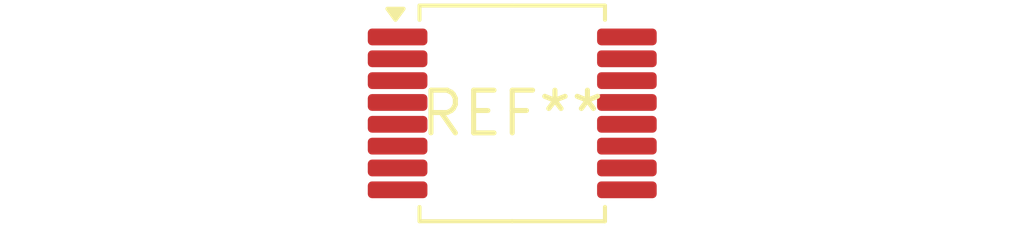
<source format=kicad_pcb>
(kicad_pcb (version 20240108) (generator pcbnew)
  (layers (0 "F.Cu" signal) (31 "B.Cu" signal) (34 "B.Paste" user) (35 "F.Paste" user) (36 "B.SilkS" user "B.Silkscreen") (37 "F.SilkS" user "F.Silkscreen") (38 "B.Mask" user) (39 "F.Mask" user) (44 "Edge.Cuts" user))
  (net 0 "")
  (footprint "SSOP-16_5.3x6.2mm_P0.65mm" (layer "F.Cu") (at 0 0)
    (property "Reference" "REF**")
    (property "Value" "SSOP-16_5.3x6.2mm_P0.65mm")
    (fp_line (start -2.76 -3.21) (end -2.76 -2.785) (layer "F.SilkS") (stroke (width 0.12)))
    (fp_line (start -2.76 3.21) (end -2.76 2.785) (layer "F.SilkS") (stroke (width 0.12)))
    (fp_line (start 0 -3.21) (end -2.76 -3.21) (layer "F.SilkS") (stroke (width 0.12)))
    (fp_line (start 0 -3.21) (end 2.76 -3.21) (layer "F.SilkS") (stroke (width 0.12)))
    (fp_line (start 0 3.21) (end -2.76 3.21) (layer "F.SilkS") (stroke (width 0.12)))
    (fp_line (start 0 3.21) (end 2.76 3.21) (layer "F.SilkS") (stroke (width 0.12)))
    (fp_line (start 2.76 -3.21) (end 2.76 -2.785) (layer "F.SilkS") (stroke (width 0.12)))
    (fp_line (start 2.76 3.21) (end 2.76 2.785) (layer "F.SilkS") (stroke (width 0.12)))
    (fp_poly (pts (xy -3.475 -2.785) (xy -3.715 -3.115) (xy -3.235 -3.115) (xy -3.475 -2.785)) (layer "F.SilkS") (stroke (width 0.12)) (fill solid))
    (pad "1" smd roundrect (at -3.4125 -2.275) (size 1.775 0.5) (layers "F.Cu" "F.Paste" "F.Mask"))
    (pad "2" smd roundrect (at -3.4125 -1.625) (size 1.775 0.5) (layers "F.Cu" "F.Paste" "F.Mask"))
    (pad "3" smd roundrect (at -3.4125 -0.975) (size 1.775 0.5) (layers "F.Cu" "F.Paste" "F.Mask"))
    (pad "4" smd roundrect (at -3.4125 -0.325) (size 1.775 0.5) (layers "F.Cu" "F.Paste" "F.Mask"))
    (pad "5" smd roundrect (at -3.4125 0.325) (size 1.775 0.5) (layers "F.Cu" "F.Paste" "F.Mask"))
    (pad "6" smd roundrect (at -3.4125 0.975) (size 1.775 0.5) (layers "F.Cu" "F.Paste" "F.Mask"))
    (pad "7" smd roundrect (at -3.4125 1.625) (size 1.775 0.5) (layers "F.Cu" "F.Paste" "F.Mask"))
    (pad "8" smd roundrect (at -3.4125 2.275) (size 1.775 0.5) (layers "F.Cu" "F.Paste" "F.Mask"))
    (pad "9" smd roundrect (at 3.4125 2.275) (size 1.775 0.5) (layers "F.Cu" "F.Paste" "F.Mask"))
    (pad "10" smd roundrect (at 3.4125 1.625) (size 1.775 0.5) (layers "F.Cu" "F.Paste" "F.Mask"))
    (pad "11" smd roundrect (at 3.4125 0.975) (size 1.775 0.5) (layers "F.Cu" "F.Paste" "F.Mask"))
    (pad "12" smd roundrect (at 3.4125 0.325) (size 1.775 0.5) (layers "F.Cu" "F.Paste" "F.Mask"))
    (pad "13" smd roundrect (at 3.4125 -0.325) (size 1.775 0.5) (layers "F.Cu" "F.Paste" "F.Mask"))
    (pad "14" smd roundrect (at 3.4125 -0.975) (size 1.775 0.5) (layers "F.Cu" "F.Paste" "F.Mask"))
    (pad "15" smd roundrect (at 3.4125 -1.625) (size 1.775 0.5) (layers "F.Cu" "F.Paste" "F.Mask"))
    (pad "16" smd roundrect (at 3.4125 -2.275) (size 1.775 0.5) (layers "F.Cu" "F.Paste" "F.Mask"))
  )
)
</source>
